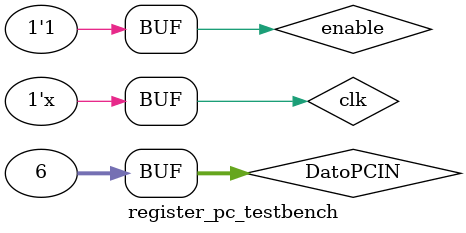
<source format=sv>


module register_pc_testbench;

// Definicion de entradas
reg clk;
reg enable;
reg [31:0] DatoPCIN;
	 

// Definicion de salida
wire [31:0] DatoPCOUT;


// Constante de tiempo
parameter stimDelay = 10;

// Inicializacion
register_pc DUT( clk, DatoPCIN, DatoPCOUT );

always begin
    #(stimDelay) clk = ~clk;	
end
  


initial
begin
 DatoPCIN = 32'h00000000; clk = 0; enable = 1;

 #(stimDelay) 
 #(stimDelay) DatoPCIN = 0;
 #(stimDelay) DatoPCIN = 2;
 #(stimDelay) DatoPCIN = 4;
 #(stimDelay) DatoPCIN = 6;
 
#100; //Let simulation finish
end
endmodule
</source>
